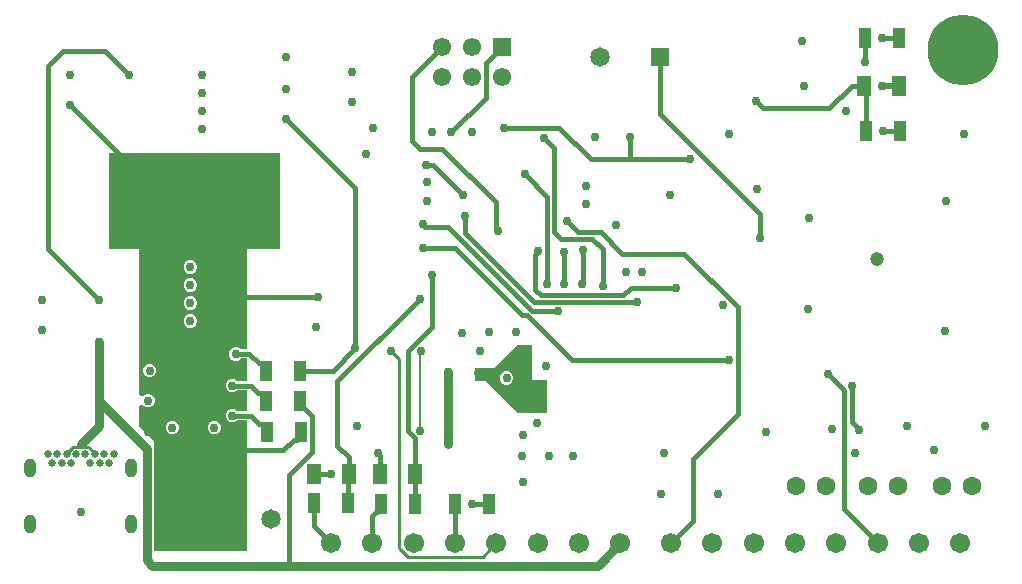
<source format=gbl>
G04*
G04 #@! TF.GenerationSoftware,Altium Limited,Altium Designer,21.9.2 (33)*
G04*
G04 Layer_Physical_Order=4*
G04 Layer_Color=16711680*
%FSLAX25Y25*%
%MOIN*%
G70*
G04*
G04 #@! TF.SameCoordinates,A0D018B4-DB31-4F92-A021-C5504D576F11*
G04*
G04*
G04 #@! TF.FilePolarity,Positive*
G04*
G01*
G75*
%ADD12C,0.02000*%
%ADD19C,0.00700*%
%ADD20C,0.01000*%
%ADD21C,0.01500*%
%ADD24R,0.04252X0.06575*%
%ADD35R,0.04567X0.07165*%
%ADD71C,0.06700*%
%ADD77R,0.06102X0.06102*%
%ADD78C,0.06102*%
%ADD80C,0.03000*%
%ADD82C,0.06299*%
%ADD83C,0.23622*%
%ADD84O,0.03937X0.06299*%
%ADD85C,0.02559*%
%ADD86R,0.06496X0.06496*%
%ADD87C,0.06496*%
%ADD88C,0.04700*%
%ADD89C,0.03000*%
G36*
X90000Y110000D02*
X79000D01*
Y76525D01*
X76902D01*
X76515Y76911D01*
X75707Y77246D01*
X74831D01*
X74023Y76911D01*
X73404Y76292D01*
X73069Y75484D01*
Y74608D01*
X73404Y73800D01*
X74023Y73181D01*
X74831Y72846D01*
X75707D01*
X76515Y73181D01*
X76902Y73568D01*
X79000D01*
Y65978D01*
X75633D01*
X75246Y66365D01*
X74438Y66700D01*
X73562D01*
X72754Y66365D01*
X72135Y65746D01*
X71800Y64938D01*
Y64062D01*
X72135Y63254D01*
X72754Y62635D01*
X73562Y62300D01*
X74438D01*
X75246Y62635D01*
X75633Y63022D01*
X79000D01*
Y55978D01*
X75633D01*
X75246Y56365D01*
X74438Y56700D01*
X73562D01*
X72754Y56365D01*
X72135Y55746D01*
X71800Y54938D01*
Y54062D01*
X72135Y53254D01*
X72754Y52635D01*
X73562Y52300D01*
X74438D01*
X75246Y52635D01*
X75633Y53022D01*
X79000D01*
Y9500D01*
X48000D01*
Y46000D01*
X43000Y51000D01*
Y57754D01*
X43531Y58008D01*
X44181Y58116D01*
X44662Y57635D01*
X45471Y57300D01*
X46346D01*
X47154Y57635D01*
X47773Y58254D01*
X48108Y59062D01*
Y59938D01*
X47773Y60746D01*
X47154Y61365D01*
X46346Y61700D01*
X45471D01*
X44662Y61365D01*
X44181Y60884D01*
X43531Y60992D01*
X43000Y61246D01*
Y110000D01*
X33000D01*
Y142000D01*
X90000D01*
Y110000D01*
D02*
G37*
G36*
X174000Y66500D02*
X179000D01*
Y55500D01*
X169000D01*
X158500Y66000D01*
X155000Y66000D01*
Y70500D01*
X161500D01*
X169000Y78000D01*
X174000D01*
Y66500D01*
D02*
G37*
%LPC*%
G36*
X60438Y106200D02*
X59562D01*
X58754Y105865D01*
X58135Y105246D01*
X57800Y104438D01*
Y103562D01*
X58135Y102754D01*
X58754Y102135D01*
X59562Y101800D01*
X60438D01*
X61246Y102135D01*
X61865Y102754D01*
X62200Y103562D01*
Y104438D01*
X61865Y105246D01*
X61246Y105865D01*
X60438Y106200D01*
D02*
G37*
G36*
Y100200D02*
X59562D01*
X58754Y99865D01*
X58135Y99246D01*
X57800Y98438D01*
Y97562D01*
X58135Y96754D01*
X58754Y96135D01*
X59562Y95800D01*
X60438D01*
X61246Y96135D01*
X61865Y96754D01*
X62200Y97562D01*
Y98438D01*
X61865Y99246D01*
X61246Y99865D01*
X60438Y100200D01*
D02*
G37*
G36*
Y94200D02*
X59562D01*
X58754Y93865D01*
X58135Y93246D01*
X57800Y92438D01*
Y91562D01*
X58135Y90754D01*
X58754Y90135D01*
X59562Y89800D01*
X60438D01*
X61246Y90135D01*
X61865Y90754D01*
X62200Y91562D01*
Y92438D01*
X61865Y93246D01*
X61246Y93865D01*
X60438Y94200D01*
D02*
G37*
G36*
Y88200D02*
X59562D01*
X58754Y87865D01*
X58135Y87246D01*
X57800Y86438D01*
Y85562D01*
X58135Y84754D01*
X58754Y84135D01*
X59562Y83800D01*
X60438D01*
X61246Y84135D01*
X61865Y84754D01*
X62200Y85562D01*
Y86438D01*
X61865Y87246D01*
X61246Y87865D01*
X60438Y88200D01*
D02*
G37*
G36*
X46938Y71700D02*
X46062D01*
X45254Y71365D01*
X44635Y70746D01*
X44300Y69938D01*
Y69062D01*
X44635Y68254D01*
X45254Y67635D01*
X46062Y67300D01*
X46938D01*
X47746Y67635D01*
X48365Y68254D01*
X48700Y69062D01*
Y69938D01*
X48365Y70746D01*
X47746Y71365D01*
X46938Y71700D01*
D02*
G37*
G36*
X68438Y52700D02*
X67562D01*
X66754Y52365D01*
X66135Y51746D01*
X65800Y50938D01*
Y50062D01*
X66135Y49254D01*
X66754Y48635D01*
X67562Y48300D01*
X68438D01*
X69246Y48635D01*
X69865Y49254D01*
X70200Y50062D01*
Y50938D01*
X69865Y51746D01*
X69246Y52365D01*
X68438Y52700D01*
D02*
G37*
G36*
X54438D02*
X53562D01*
X52754Y52365D01*
X52135Y51746D01*
X51800Y50938D01*
Y50062D01*
X52135Y49254D01*
X52754Y48635D01*
X53562Y48300D01*
X54438D01*
X55246Y48635D01*
X55865Y49254D01*
X56200Y50062D01*
Y50938D01*
X55865Y51746D01*
X55246Y52365D01*
X54438Y52700D01*
D02*
G37*
G36*
X165938Y69200D02*
X165062D01*
X164254Y68865D01*
X163635Y68246D01*
X163300Y67438D01*
Y66562D01*
X163635Y65754D01*
X164254Y65135D01*
X165062Y64800D01*
X165938D01*
X166746Y65135D01*
X167365Y65754D01*
X167700Y66562D01*
Y67438D01*
X167365Y68246D01*
X166746Y68865D01*
X165938Y69200D01*
D02*
G37*
%LPD*%
D12*
X290500Y164500D02*
X296307D01*
D19*
X136668Y75996D02*
X136836Y76164D01*
X136500Y49500D02*
X136668Y49668D01*
Y75996D01*
X172000Y72000D02*
Y75500D01*
X176500Y58500D02*
Y63000D01*
X170500Y70500D02*
X172000Y72000D01*
D20*
X20898Y44052D02*
X26102D01*
X28224Y41572D02*
Y41929D01*
X18776D02*
X20898Y44052D01*
X18776Y41572D02*
Y41929D01*
X26102Y44052D02*
X28224Y41929D01*
X129500Y10506D02*
Y73389D01*
X127000Y75889D02*
X129500Y73389D01*
Y10506D02*
X132556Y7450D01*
X157450D02*
X162000Y12000D01*
X132556Y7450D02*
X157450D01*
D21*
X220220Y12000D02*
X227500Y19279D01*
Y39979D01*
X242450Y54929D01*
X189300Y115700D02*
X196800D01*
X204000Y108500D02*
X224672D01*
X196800Y115700D02*
X204000Y108500D01*
X224672D02*
X242450Y90722D01*
Y54929D02*
Y90722D01*
X172389Y88000D02*
X187389Y73000D01*
X239500D01*
X206800Y97000D02*
X222000D01*
X148155Y110500D02*
X170656Y88000D01*
X172389D01*
X175000Y96500D02*
X176900Y94600D01*
X204400D01*
X206800Y97000D01*
X174050Y89450D02*
X182500D01*
X151500Y115500D02*
X174600Y92400D01*
X208900D01*
X209000Y92500D01*
X146000Y117500D02*
X174050Y89450D01*
X185500Y119500D02*
X189300Y115700D01*
X194000Y113500D02*
X197500Y110000D01*
X183500Y113500D02*
X194000D01*
X181200Y115800D02*
Y143800D01*
Y115800D02*
X183500Y113500D01*
X197500Y97650D02*
Y110000D01*
X107500Y69500D02*
X115000Y77000D01*
X96689Y69500D02*
X107500D01*
X93000Y4492D02*
Y34724D01*
X100576Y42300D01*
Y54259D01*
X96496Y58339D02*
X100576Y54259D01*
X96496Y58339D02*
Y59500D01*
X91000Y43000D02*
X94463Y46463D01*
X76000Y43000D02*
X91000D01*
X97000Y47839D02*
Y49000D01*
X95624Y46463D02*
X97000Y47839D01*
X94463Y46463D02*
X95624D01*
X80122Y54500D02*
X83085Y51537D01*
X74000Y54500D02*
X80122D01*
X85622Y49000D02*
Y50161D01*
X84246Y51537D02*
X85622Y50161D01*
X83085Y51537D02*
X84246D01*
X83742Y62037D02*
X85118Y60661D01*
X74000Y64500D02*
X80118D01*
X85118Y59500D02*
Y60661D01*
X82581Y62037D02*
X83742D01*
X80118Y64500D02*
X82581Y62037D01*
X83935Y72037D02*
X85311Y70661D01*
X75269Y75046D02*
X79765D01*
X85311Y69500D02*
Y70661D01*
X82774Y72037D02*
X83935D01*
X79765Y75046D02*
X82774Y72037D01*
X60500Y112500D02*
X68893Y104106D01*
Y102106D02*
X77000Y94000D01*
X68893Y102106D02*
Y104106D01*
X77000Y94000D02*
X102500D01*
X206500Y140000D02*
X226500D01*
X193500D02*
X206500D01*
Y147500D01*
X183000Y150500D02*
X193500Y140000D01*
X249792Y113803D02*
Y121708D01*
X216500Y155000D02*
Y174000D01*
Y155000D02*
X249792Y121708D01*
X251000Y157000D02*
X273000D01*
X248500Y159500D02*
X251000Y157000D01*
X273000D02*
X280500Y164500D01*
X284693D01*
X284906Y172594D02*
X285000Y172500D01*
X284811Y180500D02*
X284906Y180405D01*
Y172594D02*
Y180405D01*
X290500Y180500D02*
X296189D01*
X291000Y149500D02*
X296689D01*
X284693Y164500D02*
X285311Y163882D01*
Y149500D02*
Y163882D01*
X175000Y108044D02*
X176050Y109094D01*
Y109500D01*
X175000Y96500D02*
Y108044D01*
X151500Y115500D02*
Y121000D01*
X138212Y117500D02*
X146000D01*
X137500Y110500D02*
X148155D01*
X179000Y98500D02*
Y127500D01*
X171500Y135000D02*
X179000Y127500D01*
X134000Y146000D02*
X136500Y143500D01*
X144000D01*
X161896Y125604D01*
X134000Y167500D02*
X144000Y177500D01*
X134000Y146000D02*
Y167500D01*
X138500Y138000D02*
X141000D01*
X151000Y128000D01*
X161896Y117132D02*
Y125604D01*
X109000Y66000D02*
X136500Y93500D01*
X109000Y44500D02*
Y66000D01*
X132500Y76000D02*
X140500Y84000D01*
Y101500D01*
X132500Y49328D02*
Y76000D01*
X134878Y34878D02*
X135000Y35000D01*
X135500Y35500D01*
X132500Y49328D02*
X134807Y47021D01*
X123193Y35000D02*
Y40901D01*
X122500Y41594D02*
Y42000D01*
Y41594D02*
X123193Y40901D01*
X134807Y35500D02*
Y47021D01*
Y35000D02*
X135000D01*
X109000Y44500D02*
X112807Y40693D01*
Y35000D02*
Y40693D01*
X112689Y34882D02*
X112807Y35000D01*
X272500Y68500D02*
X277550Y63450D01*
Y63278D02*
Y63450D01*
Y63278D02*
X278000Y62828D01*
X92000Y153500D02*
X115000Y130500D01*
Y77000D02*
Y130500D01*
X137520Y118192D02*
X138212Y117500D01*
X161896Y117132D02*
X162609Y116419D01*
X178000Y147000D02*
X181200Y143800D01*
X184500Y98500D02*
Y109000D01*
X190777Y98410D02*
Y109818D01*
X190702Y98335D02*
X190777Y98410D01*
X278000Y23339D02*
Y62828D01*
Y23339D02*
X289339Y12000D01*
X162609Y116013D02*
Y116419D01*
X164500Y150500D02*
X183000D01*
X280500Y52425D02*
Y64500D01*
X283000Y49621D02*
Y49924D01*
X280500Y52425D02*
X283000Y49924D01*
X158501Y172001D02*
X164000Y177500D01*
X158501Y160501D02*
Y172001D01*
X147000Y149000D02*
X158501Y160501D01*
X20000Y158000D02*
X38000Y140000D01*
X46000D01*
X12500Y171000D02*
X17500Y176000D01*
X31500D01*
X12500Y110000D02*
Y171000D01*
X31500Y176000D02*
X39500Y168000D01*
X12500Y110000D02*
X29500Y93000D01*
X112689Y25500D02*
Y34882D01*
X101311Y17571D02*
X106882Y12000D01*
X101311Y17571D02*
Y25500D01*
X101193Y35000D02*
X107000D01*
X154000Y25000D02*
X159689D01*
X148221Y12000D02*
X148266Y12045D01*
Y24955D01*
X148311Y25000D01*
X134878D02*
Y34878D01*
X120661Y21000D02*
X123500Y23839D01*
X120661Y12000D02*
Y21000D01*
X123500Y23839D02*
Y25000D01*
D24*
X97000Y49000D02*
D03*
X85622D02*
D03*
X96496Y59500D02*
D03*
X85118D02*
D03*
X85311Y69500D02*
D03*
X96689D02*
D03*
X296689Y149500D02*
D03*
X285311D02*
D03*
X284811Y180500D02*
D03*
X296189D02*
D03*
X112689Y25500D02*
D03*
X101311D02*
D03*
X148311Y25000D02*
D03*
X159689D02*
D03*
X134878D02*
D03*
X123500D02*
D03*
D35*
X296307Y164500D02*
D03*
X284693D02*
D03*
X112807Y35000D02*
D03*
X101193D02*
D03*
X134807D02*
D03*
X123193D02*
D03*
D71*
X106882Y12000D02*
D03*
X120661D02*
D03*
X134441D02*
D03*
X148221D02*
D03*
X162000D02*
D03*
X175779D02*
D03*
X189559D02*
D03*
X203339D02*
D03*
X316677D02*
D03*
X302898D02*
D03*
X289118D02*
D03*
X275339D02*
D03*
X261559D02*
D03*
X247779D02*
D03*
X234000D02*
D03*
X220220D02*
D03*
D77*
X164000Y177500D02*
D03*
D78*
X154000D02*
D03*
X144000D02*
D03*
X164000Y167500D02*
D03*
X154000D02*
D03*
X144000D02*
D03*
D80*
X93000Y4492D02*
X195831D01*
X47257D02*
X93000D01*
X23500Y44918D02*
X23500D01*
X29500Y50918D01*
X23500Y44918D02*
X23500Y44918D01*
X29500Y50918D02*
Y59500D01*
X45500Y6250D02*
Y43500D01*
Y6250D02*
X47257Y4492D01*
X29500Y75000D02*
Y79000D01*
Y59500D02*
Y75000D01*
Y59500D02*
X45500Y43500D01*
X195831Y4492D02*
X203339Y12000D01*
X146000Y57000D02*
Y69000D01*
Y45000D02*
Y57000D01*
D82*
X272000Y31000D02*
D03*
X262000D02*
D03*
X296000D02*
D03*
X286000D02*
D03*
X310500D02*
D03*
X320500D02*
D03*
D83*
X317500Y176500D02*
D03*
D84*
X6689Y18423D02*
D03*
X40311D02*
D03*
X6689Y37045D02*
D03*
X40311D02*
D03*
D85*
X32949Y38816D02*
D03*
X14051D02*
D03*
X29799D02*
D03*
X17201D02*
D03*
X26650D02*
D03*
X20350D02*
D03*
X34524Y41572D02*
D03*
X12476D02*
D03*
X31374D02*
D03*
X15626D02*
D03*
X28224D02*
D03*
X18776D02*
D03*
X25075D02*
D03*
X21925D02*
D03*
D86*
X216500Y174000D02*
D03*
X67000Y20000D02*
D03*
D87*
X196500Y174000D02*
D03*
X87000Y20000D02*
D03*
D88*
X289000Y106772D02*
D03*
D89*
X239500Y73000D02*
D03*
X266000Y90000D02*
D03*
X222000Y97000D02*
D03*
X182500Y89450D02*
D03*
X237500Y91500D02*
D03*
X185500Y119500D02*
D03*
X68000Y50500D02*
D03*
X54000D02*
D03*
X54684Y64491D02*
D03*
X66500Y64500D02*
D03*
X74000Y54500D02*
D03*
Y64500D02*
D03*
X75269Y75046D02*
D03*
X60500Y112500D02*
D03*
X37500Y138500D02*
D03*
X226500Y140000D02*
D03*
X248864Y130012D02*
D03*
X239500Y148500D02*
D03*
X194971Y147432D02*
D03*
X206500Y147500D02*
D03*
X121000Y150500D02*
D03*
X118599Y141830D02*
D03*
X278500Y156000D02*
D03*
X290500Y164500D02*
D03*
X318000Y148500D02*
D03*
X285000Y172500D02*
D03*
X264000Y179500D02*
D03*
X290500Y180500D02*
D03*
X291000Y149500D02*
D03*
X168500Y82500D02*
D03*
X197500Y97650D02*
D03*
X179000Y98500D02*
D03*
X209000Y92500D02*
D03*
X176050Y109500D02*
D03*
X140700Y149000D02*
D03*
X151000Y128000D02*
D03*
X154000Y149000D02*
D03*
X45908Y59500D02*
D03*
X46000Y49000D02*
D03*
X46500Y69500D02*
D03*
X210500Y102500D02*
D03*
X205235Y102265D02*
D03*
X136836Y76164D02*
D03*
X236000Y28500D02*
D03*
X217000D02*
D03*
X23500Y22500D02*
D03*
X127000Y75889D02*
D03*
X122500Y42000D02*
D03*
X140500Y101500D02*
D03*
X115500Y51000D02*
D03*
X136500Y93500D02*
D03*
Y49500D02*
D03*
X159500Y82500D02*
D03*
X156500Y76000D02*
D03*
X150500Y82050D02*
D03*
X137500Y110500D02*
D03*
X272500Y68500D02*
D03*
X138500Y138000D02*
D03*
X137520Y118192D02*
D03*
X139000Y126000D02*
D03*
X151500Y121000D02*
D03*
X172000Y75500D02*
D03*
X171500Y135000D02*
D03*
X184500Y109000D02*
D03*
Y98500D02*
D03*
X190702Y98335D02*
D03*
X162609Y116013D02*
D03*
X164500Y150500D02*
D03*
X178000Y147000D02*
D03*
X280500Y64500D02*
D03*
X283000Y49621D02*
D03*
X190777Y109818D02*
D03*
X248500Y159500D02*
D03*
X249792Y113803D02*
D03*
X147000Y149000D02*
D03*
X29500Y79000D02*
D03*
Y75000D02*
D03*
X20000Y158000D02*
D03*
Y168000D02*
D03*
X102500Y94000D02*
D03*
X62000Y139500D02*
D03*
X84500Y113000D02*
D03*
X70000Y118500D02*
D03*
X52000Y134000D02*
D03*
X115000Y77000D02*
D03*
X102000Y84000D02*
D03*
X39500Y168000D02*
D03*
X29500Y93000D02*
D03*
X10500Y83000D02*
D03*
Y93000D02*
D03*
X114000Y159000D02*
D03*
Y169000D02*
D03*
X60000Y86000D02*
D03*
Y92000D02*
D03*
Y98000D02*
D03*
Y104000D02*
D03*
X64000Y150000D02*
D03*
Y156000D02*
D03*
Y162000D02*
D03*
Y168000D02*
D03*
X192000Y131000D02*
D03*
Y125000D02*
D03*
X139000Y132500D02*
D03*
X92000Y174000D02*
D03*
Y153500D02*
D03*
Y163500D02*
D03*
X264500Y164500D02*
D03*
X308000Y43000D02*
D03*
X281569Y42140D02*
D03*
X252000Y49000D02*
D03*
X218000Y42000D02*
D03*
X274000Y50000D02*
D03*
X299000Y51000D02*
D03*
X325000D02*
D03*
X107000Y35000D02*
D03*
X154000Y25000D02*
D03*
X266376Y120363D02*
D03*
X311756Y82735D02*
D03*
X312000Y126000D02*
D03*
X220000Y128000D02*
D03*
X202000Y118000D02*
D03*
X178500Y71000D02*
D03*
X165500Y67000D02*
D03*
X171000Y48000D02*
D03*
X175500Y52000D02*
D03*
X187500Y41000D02*
D03*
X179500D02*
D03*
X170460Y40858D02*
D03*
X176500Y63000D02*
D03*
Y58500D02*
D03*
X171000Y32500D02*
D03*
X156035Y68616D02*
D03*
X146000Y45000D02*
D03*
Y57000D02*
D03*
Y69000D02*
D03*
M02*

</source>
